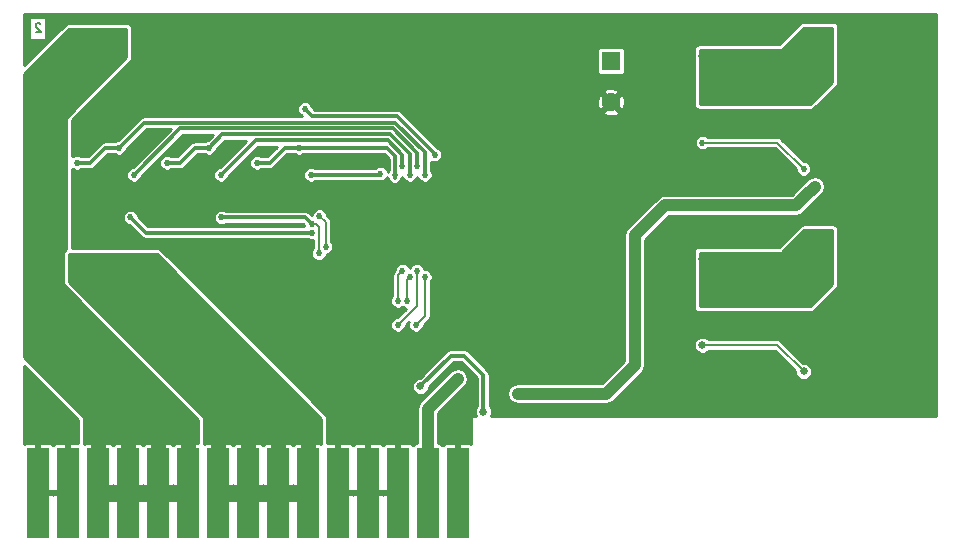
<source format=gbr>
G04 #@! TF.FileFunction,Copper,L2,Bot,Mixed*
%FSLAX46Y46*%
G04 Gerber Fmt 4.6, Leading zero omitted, Abs format (unit mm)*
G04 Created by KiCad (PCBNEW 4.0.7) date Tuesday, March 06, 2018 'PMt' 03:27:42 PM*
%MOMM*%
%LPD*%
G01*
G04 APERTURE LIST*
%ADD10C,0.100000*%
%ADD11C,0.150000*%
%ADD12C,0.660000*%
%ADD13C,0.520000*%
%ADD14R,1.905000X7.620000*%
%ADD15R,1.600000X1.600000*%
%ADD16C,1.600000*%
%ADD17C,0.300000*%
%ADD18C,1.000000*%
%ADD19C,0.200000*%
%ADD20C,0.260000*%
G04 APERTURE END LIST*
D10*
D11*
X56080000Y-94933333D02*
X56046666Y-94900000D01*
X55980000Y-94866667D01*
X55813333Y-94866667D01*
X55746666Y-94900000D01*
X55713333Y-94933333D01*
X55680000Y-95000000D01*
X55680000Y-95066667D01*
X55713333Y-95166667D01*
X56113333Y-95566667D01*
X55680000Y-95566667D01*
D12*
X103378000Y-124714000D03*
X119380000Y-111506000D03*
X87630000Y-130048000D03*
X58928000Y-96266000D03*
X58928000Y-97282000D03*
X59944000Y-97282000D03*
X59944000Y-96266000D03*
X60960000Y-96266000D03*
X60960000Y-97282000D03*
X61976000Y-97282000D03*
X61976000Y-96266000D03*
X62972000Y-96266000D03*
X62972000Y-97282000D03*
X105918000Y-111252000D03*
X105156000Y-119380000D03*
X107696000Y-120142000D03*
D13*
X98000000Y-119250000D03*
X98000000Y-118250000D03*
X97500000Y-118750000D03*
X96750000Y-119250000D03*
X97000000Y-118250000D03*
X96250000Y-118750000D03*
X95750000Y-119250000D03*
D12*
X91313000Y-123825000D03*
X81280000Y-129540000D03*
X83820000Y-129540000D03*
X90170000Y-129794000D03*
X90170000Y-128524000D03*
X62972000Y-115824000D03*
X62972000Y-114778000D03*
X61956000Y-115824000D03*
X61956000Y-114778000D03*
X60940000Y-115824000D03*
X60940000Y-114778000D03*
X59924000Y-115824000D03*
X59924000Y-114778000D03*
X58908000Y-115824000D03*
X122491500Y-116078000D03*
X122491500Y-115062000D03*
X122491500Y-114046000D03*
X122491500Y-113030000D03*
X122491500Y-99060000D03*
X122491500Y-98044000D03*
X122491500Y-97028000D03*
X130810000Y-102616000D03*
X130810000Y-119888000D03*
X106426000Y-126492000D03*
X100584000Y-106934000D03*
X93726000Y-100076000D03*
X93726000Y-94400000D03*
X55245000Y-97155000D03*
X110998000Y-99314000D03*
X110998000Y-116586000D03*
X115824000Y-109220000D03*
X114808000Y-107188000D03*
X115824000Y-126492000D03*
X114808000Y-124460000D03*
X81788000Y-115316000D03*
X80264000Y-121920000D03*
X73152000Y-114300000D03*
X72136000Y-114300000D03*
X72644000Y-115316000D03*
X71628000Y-115316000D03*
X72136000Y-116332000D03*
X73152000Y-116332000D03*
X73152000Y-119888000D03*
X64516000Y-113284000D03*
X93980000Y-123952000D03*
X93980000Y-122936000D03*
X100076000Y-119380000D03*
X100076000Y-118364000D03*
X93472000Y-116332000D03*
X93472000Y-110744000D03*
X92964000Y-115316000D03*
X93472000Y-111760000D03*
X92456000Y-119380000D03*
X84836000Y-113284000D03*
X90424000Y-110744000D03*
X86868000Y-111760000D03*
X87884000Y-111760000D03*
X87376000Y-100584000D03*
X86360000Y-100584000D03*
X87376000Y-101600000D03*
X86360000Y-101600000D03*
X113792000Y-102616000D03*
X114808000Y-102616000D03*
X115824000Y-102616000D03*
X116840000Y-102616000D03*
X116840000Y-119888000D03*
X115824000Y-119888000D03*
X114808000Y-119888000D03*
X113792000Y-119888000D03*
X80264000Y-109728000D03*
X73152000Y-108712000D03*
X73152000Y-109728000D03*
X72136000Y-109220000D03*
X72136000Y-110236000D03*
X65532000Y-108712000D03*
X64516000Y-109220000D03*
X65532000Y-109728000D03*
X64516000Y-110236000D03*
X65532000Y-110744000D03*
X57912000Y-129032000D03*
X57912000Y-128016000D03*
X56896000Y-128016000D03*
X56896000Y-127000000D03*
X55880000Y-127000000D03*
D14*
X78740000Y-134620000D03*
X76200000Y-134620000D03*
X73660000Y-134620000D03*
X71120000Y-134620000D03*
X68580000Y-134620000D03*
X66040000Y-134620000D03*
X63500000Y-134620000D03*
X60960000Y-134620000D03*
X58420000Y-134620000D03*
X55880000Y-134620000D03*
X83820000Y-134620000D03*
X91440000Y-134620000D03*
X88900000Y-134620000D03*
X86360000Y-134620000D03*
X81280000Y-134620000D03*
D15*
X104394000Y-98044000D03*
D16*
X104394000Y-101544000D03*
D12*
X55880000Y-125984000D03*
X122491500Y-96012000D03*
X58908000Y-114778000D03*
D13*
X95750000Y-118250000D03*
X89481014Y-105994842D03*
X78486000Y-102108000D03*
D12*
X120854000Y-109474000D03*
X121646000Y-108682000D03*
X96500000Y-126208000D03*
D13*
X120713500Y-107188000D03*
X112141000Y-104965500D03*
X84876375Y-107602688D03*
X78994000Y-107696000D03*
X86716000Y-106934000D03*
X71374000Y-107696000D03*
X64008000Y-107696000D03*
X87986000Y-106934000D03*
X80236420Y-113769300D03*
X79720000Y-111180000D03*
X79676410Y-114337370D03*
X79080000Y-111859987D03*
X71405326Y-111298346D03*
X79080000Y-112580000D03*
X63720000Y-111300000D03*
D12*
X112776000Y-100203000D03*
X112776000Y-101155500D03*
X113093500Y-97663000D03*
X112141000Y-97663000D03*
X113093500Y-114808000D03*
X112141000Y-114808000D03*
X112776000Y-117348000D03*
X112776000Y-118300500D03*
X93599000Y-127732000D03*
X88265000Y-125603000D03*
X120713500Y-124333000D03*
X112141000Y-122110500D03*
X91422756Y-124965151D03*
D13*
X86106000Y-107696000D03*
X77978000Y-105410000D03*
X74422000Y-106680000D03*
X87376000Y-107696000D03*
X66802000Y-106680000D03*
X70358000Y-105410000D03*
X88646000Y-107696000D03*
X59182000Y-106680000D03*
X62738000Y-105410000D03*
X86739309Y-115821230D03*
X86360000Y-118364000D03*
X87375335Y-116332707D03*
X87122000Y-118364000D03*
X87966955Y-115819513D03*
X86360000Y-120396000D03*
X88646000Y-116332000D03*
X87884000Y-120396000D03*
D17*
X78486000Y-102108000D02*
X79120927Y-102742927D01*
X79120927Y-102742927D02*
X86316538Y-102742927D01*
X86316538Y-102742927D02*
X89481014Y-105907403D01*
X89481014Y-105907403D02*
X89481014Y-105994842D01*
D18*
X120077999Y-110250001D02*
X120854000Y-109474000D01*
X120854000Y-109474000D02*
X121646000Y-108682000D01*
X96500000Y-126208000D02*
X104016232Y-126208000D01*
X104016232Y-126208000D02*
X106406000Y-123818232D01*
X106406000Y-123818232D02*
X106406000Y-112829530D01*
X106406000Y-112829530D02*
X108985529Y-110250001D01*
X108985529Y-110250001D02*
X120077999Y-110250001D01*
D19*
X112141000Y-104965500D02*
X118491000Y-104965500D01*
X118491000Y-104965500D02*
X120713500Y-107188000D01*
D17*
X84783063Y-107696000D02*
X84876375Y-107602688D01*
X78994000Y-107696000D02*
X84783063Y-107696000D01*
X86716000Y-105980531D02*
X86716000Y-106566305D01*
X86716000Y-106566305D02*
X86716000Y-106934000D01*
X71374000Y-107696000D02*
X74306174Y-104763826D01*
X74306174Y-104763826D02*
X85499295Y-104763826D01*
X85499295Y-104763826D02*
X86716000Y-105980531D01*
X67940196Y-103763804D02*
X64267999Y-107436001D01*
X87986000Y-105836287D02*
X85913517Y-103763804D01*
X87986000Y-106934000D02*
X87986000Y-105836287D01*
X85913517Y-103763804D02*
X67940196Y-103763804D01*
X64267999Y-107436001D02*
X64008000Y-107696000D01*
D19*
X79720000Y-111180000D02*
X80236420Y-111696420D01*
X80236420Y-111696420D02*
X80236420Y-113401605D01*
X80236420Y-113401605D02*
X80236420Y-113769300D01*
X79676410Y-112088702D02*
X79676410Y-113969675D01*
X79447695Y-111859987D02*
X79676410Y-112088702D01*
X79080000Y-111859987D02*
X79447695Y-111859987D01*
X79676410Y-113969675D02*
X79676410Y-114337370D01*
D17*
X78820001Y-111599988D02*
X79080000Y-111859987D01*
X71405326Y-111298346D02*
X78518359Y-111298346D01*
X78518359Y-111298346D02*
X78820001Y-111599988D01*
X65000000Y-112580000D02*
X63720000Y-111300000D01*
X79080000Y-112580000D02*
X65000000Y-112580000D01*
X88265000Y-125603000D02*
X90848848Y-123019152D01*
X90848848Y-123019152D02*
X91963517Y-123019152D01*
X91963517Y-123019152D02*
X93599000Y-124654635D01*
X93599000Y-124654635D02*
X93599000Y-127732000D01*
D19*
X112141000Y-122110500D02*
X118491000Y-122110500D01*
X118491000Y-122110500D02*
X120713500Y-124333000D01*
D18*
X91092757Y-125295150D02*
X91422756Y-124965151D01*
X88900000Y-134620000D02*
X88900000Y-127487907D01*
X88900000Y-127487907D02*
X91092757Y-125295150D01*
D17*
X85425258Y-105410000D02*
X77978000Y-105410000D01*
X86106000Y-106090742D02*
X85425258Y-105410000D01*
X86106000Y-107696000D02*
X86106000Y-106090742D01*
X86106000Y-107950000D02*
X86106000Y-107696000D01*
X74422000Y-106680000D02*
X75497212Y-106680000D01*
X75497212Y-106680000D02*
X76767212Y-105410000D01*
X76767212Y-105410000D02*
X77978000Y-105410000D01*
X87376000Y-107328305D02*
X87376000Y-107696000D01*
X87376000Y-105933409D02*
X87376000Y-107328305D01*
X85706406Y-104263815D02*
X87376000Y-105933409D01*
X71504185Y-104263815D02*
X85706406Y-104263815D01*
X70358000Y-105410000D02*
X71504185Y-104263815D01*
X70358000Y-105410000D02*
X69182078Y-105410000D01*
X69182078Y-105410000D02*
X67912078Y-106680000D01*
X67912078Y-106680000D02*
X66802000Y-106680000D01*
X62997999Y-105150001D02*
X62738000Y-105410000D01*
X88646000Y-107696000D02*
X88646000Y-105789165D01*
X88646000Y-105789165D02*
X86120628Y-103263793D01*
X86120628Y-103263793D02*
X64884207Y-103263793D01*
X64884207Y-103263793D02*
X62997999Y-105150001D01*
X62738000Y-105410000D02*
X61587415Y-105410000D01*
X61587415Y-105410000D02*
X60317415Y-106680000D01*
X60317415Y-106680000D02*
X59182000Y-106680000D01*
D19*
X86479310Y-116081229D02*
X86739309Y-115821230D01*
X86360000Y-116200539D02*
X86479310Y-116081229D01*
X86360000Y-118364000D02*
X86360000Y-116200539D01*
X87122000Y-116586042D02*
X87375335Y-116332707D01*
X87122000Y-118364000D02*
X87122000Y-116586042D01*
X86360000Y-120396000D02*
X87966955Y-118789045D01*
X87966955Y-118789045D02*
X87966955Y-115819513D01*
X87884000Y-120396000D02*
X88646000Y-119634000D01*
X88646000Y-119634000D02*
X88646000Y-116332000D01*
D20*
G36*
X79880000Y-128323848D02*
X79880000Y-130465532D01*
X79770076Y-130420000D01*
X79313750Y-130420000D01*
X79216250Y-130517500D01*
X79216250Y-134000000D01*
X79380000Y-134000000D01*
X79380000Y-135240000D01*
X79216250Y-135240000D01*
X79216250Y-135260000D01*
X78263750Y-135260000D01*
X78263750Y-135240000D01*
X77495000Y-135240000D01*
X77470000Y-135265000D01*
X77445000Y-135240000D01*
X76676250Y-135240000D01*
X76676250Y-135260000D01*
X75723750Y-135260000D01*
X75723750Y-135240000D01*
X74955000Y-135240000D01*
X74930000Y-135265000D01*
X74905000Y-135240000D01*
X74136250Y-135240000D01*
X74136250Y-135260000D01*
X73183750Y-135260000D01*
X73183750Y-135240000D01*
X72415000Y-135240000D01*
X72390000Y-135265000D01*
X72365000Y-135240000D01*
X71596250Y-135240000D01*
X71596250Y-135260000D01*
X70643750Y-135260000D01*
X70643750Y-135240000D01*
X70480000Y-135240000D01*
X70480000Y-134000000D01*
X70643750Y-134000000D01*
X70643750Y-130517500D01*
X71596250Y-130517500D01*
X71596250Y-134000000D01*
X72365000Y-134000000D01*
X72390000Y-133975000D01*
X72415000Y-134000000D01*
X73183750Y-134000000D01*
X73183750Y-130517500D01*
X74136250Y-130517500D01*
X74136250Y-134000000D01*
X74905000Y-134000000D01*
X74930000Y-133975000D01*
X74955000Y-134000000D01*
X75723750Y-134000000D01*
X75723750Y-130517500D01*
X76676250Y-130517500D01*
X76676250Y-134000000D01*
X77445000Y-134000000D01*
X77470000Y-133975000D01*
X77495000Y-134000000D01*
X78263750Y-134000000D01*
X78263750Y-130517500D01*
X78166250Y-130420000D01*
X77709924Y-130420000D01*
X77566583Y-130479374D01*
X77470000Y-130575957D01*
X77373417Y-130479374D01*
X77230076Y-130420000D01*
X76773750Y-130420000D01*
X76676250Y-130517500D01*
X75723750Y-130517500D01*
X75626250Y-130420000D01*
X75169924Y-130420000D01*
X75026583Y-130479374D01*
X74930000Y-130575957D01*
X74833417Y-130479374D01*
X74690076Y-130420000D01*
X74233750Y-130420000D01*
X74136250Y-130517500D01*
X73183750Y-130517500D01*
X73086250Y-130420000D01*
X72629924Y-130420000D01*
X72486583Y-130479374D01*
X72390000Y-130575957D01*
X72293417Y-130479374D01*
X72150076Y-130420000D01*
X71693750Y-130420000D01*
X71596250Y-130517500D01*
X70643750Y-130517500D01*
X70546250Y-130420000D01*
X70089924Y-130420000D01*
X69980000Y-130465532D01*
X69980000Y-128270000D01*
X69969758Y-128219423D01*
X69941924Y-128178076D01*
X58550000Y-116786152D01*
X58550000Y-114430000D01*
X65986152Y-114430000D01*
X79880000Y-128323848D01*
X79880000Y-128323848D01*
G37*
X79880000Y-128323848D02*
X79880000Y-130465532D01*
X79770076Y-130420000D01*
X79313750Y-130420000D01*
X79216250Y-130517500D01*
X79216250Y-134000000D01*
X79380000Y-134000000D01*
X79380000Y-135240000D01*
X79216250Y-135240000D01*
X79216250Y-135260000D01*
X78263750Y-135260000D01*
X78263750Y-135240000D01*
X77495000Y-135240000D01*
X77470000Y-135265000D01*
X77445000Y-135240000D01*
X76676250Y-135240000D01*
X76676250Y-135260000D01*
X75723750Y-135260000D01*
X75723750Y-135240000D01*
X74955000Y-135240000D01*
X74930000Y-135265000D01*
X74905000Y-135240000D01*
X74136250Y-135240000D01*
X74136250Y-135260000D01*
X73183750Y-135260000D01*
X73183750Y-135240000D01*
X72415000Y-135240000D01*
X72390000Y-135265000D01*
X72365000Y-135240000D01*
X71596250Y-135240000D01*
X71596250Y-135260000D01*
X70643750Y-135260000D01*
X70643750Y-135240000D01*
X70480000Y-135240000D01*
X70480000Y-134000000D01*
X70643750Y-134000000D01*
X70643750Y-130517500D01*
X71596250Y-130517500D01*
X71596250Y-134000000D01*
X72365000Y-134000000D01*
X72390000Y-133975000D01*
X72415000Y-134000000D01*
X73183750Y-134000000D01*
X73183750Y-130517500D01*
X74136250Y-130517500D01*
X74136250Y-134000000D01*
X74905000Y-134000000D01*
X74930000Y-133975000D01*
X74955000Y-134000000D01*
X75723750Y-134000000D01*
X75723750Y-130517500D01*
X76676250Y-130517500D01*
X76676250Y-134000000D01*
X77445000Y-134000000D01*
X77470000Y-133975000D01*
X77495000Y-134000000D01*
X78263750Y-134000000D01*
X78263750Y-130517500D01*
X78166250Y-130420000D01*
X77709924Y-130420000D01*
X77566583Y-130479374D01*
X77470000Y-130575957D01*
X77373417Y-130479374D01*
X77230076Y-130420000D01*
X76773750Y-130420000D01*
X76676250Y-130517500D01*
X75723750Y-130517500D01*
X75626250Y-130420000D01*
X75169924Y-130420000D01*
X75026583Y-130479374D01*
X74930000Y-130575957D01*
X74833417Y-130479374D01*
X74690076Y-130420000D01*
X74233750Y-130420000D01*
X74136250Y-130517500D01*
X73183750Y-130517500D01*
X73086250Y-130420000D01*
X72629924Y-130420000D01*
X72486583Y-130479374D01*
X72390000Y-130575957D01*
X72293417Y-130479374D01*
X72150076Y-130420000D01*
X71693750Y-130420000D01*
X71596250Y-130517500D01*
X70643750Y-130517500D01*
X70546250Y-130420000D01*
X70089924Y-130420000D01*
X69980000Y-130465532D01*
X69980000Y-128270000D01*
X69969758Y-128219423D01*
X69941924Y-128178076D01*
X58550000Y-116786152D01*
X58550000Y-114430000D01*
X65986152Y-114430000D01*
X79880000Y-128323848D01*
G36*
X131950000Y-128140000D02*
X94209189Y-128140000D01*
X94318875Y-127875845D01*
X94319125Y-127589411D01*
X94209743Y-127324685D01*
X94139000Y-127253819D01*
X94139000Y-126208000D01*
X95610000Y-126208000D01*
X95677747Y-126548588D01*
X95870675Y-126837325D01*
X96159412Y-127030253D01*
X96500000Y-127098000D01*
X104016232Y-127098000D01*
X104356821Y-127030253D01*
X104645557Y-126837325D01*
X107035325Y-124447557D01*
X107228253Y-124158821D01*
X107296000Y-123818232D01*
X107296000Y-122253089D01*
X111420875Y-122253089D01*
X111530257Y-122517815D01*
X111732620Y-122720531D01*
X111997155Y-122830375D01*
X112283589Y-122830625D01*
X112548315Y-122721243D01*
X112669269Y-122600500D01*
X118288036Y-122600500D01*
X119993523Y-124305988D01*
X119993375Y-124475589D01*
X120102757Y-124740315D01*
X120305120Y-124943031D01*
X120569655Y-125052875D01*
X120856089Y-125053125D01*
X121120815Y-124943743D01*
X121323531Y-124741380D01*
X121433375Y-124476845D01*
X121433625Y-124190411D01*
X121324243Y-123925685D01*
X121121880Y-123722969D01*
X120857345Y-123613125D01*
X120686441Y-123612976D01*
X118837482Y-121764018D01*
X118678515Y-121657799D01*
X118491000Y-121620500D01*
X112669202Y-121620500D01*
X112549380Y-121500469D01*
X112284845Y-121390625D01*
X111998411Y-121390375D01*
X111733685Y-121499757D01*
X111530969Y-121702120D01*
X111421125Y-121966655D01*
X111420875Y-122253089D01*
X107296000Y-122253089D01*
X107296000Y-114950589D01*
X111420875Y-114950589D01*
X111433500Y-114981144D01*
X111433500Y-118935500D01*
X111460172Y-119077248D01*
X111543945Y-119207436D01*
X111671768Y-119294773D01*
X111823500Y-119325500D01*
X121348500Y-119325500D01*
X121495254Y-119296835D01*
X121624272Y-119211272D01*
X123529272Y-117306272D01*
X123612773Y-117182232D01*
X123643500Y-117030500D01*
X123643500Y-112268000D01*
X123616828Y-112126252D01*
X123533055Y-111996064D01*
X123405232Y-111908727D01*
X123253500Y-111878000D01*
X120713500Y-111878000D01*
X120566746Y-111906665D01*
X120437728Y-111992228D01*
X118646956Y-113783000D01*
X111823500Y-113783000D01*
X111681752Y-113809672D01*
X111551564Y-113893445D01*
X111464227Y-114021268D01*
X111433500Y-114173000D01*
X111433500Y-114634353D01*
X111421125Y-114664155D01*
X111420875Y-114950589D01*
X107296000Y-114950589D01*
X107296000Y-113198180D01*
X109354179Y-111140001D01*
X120077999Y-111140001D01*
X120418588Y-111072254D01*
X120707324Y-110879326D01*
X122275325Y-109311325D01*
X122468253Y-109022589D01*
X122536000Y-108682000D01*
X122468253Y-108341412D01*
X122275325Y-108052675D01*
X121986588Y-107859747D01*
X121646000Y-107792000D01*
X121305411Y-107859747D01*
X121016675Y-108052675D01*
X119709349Y-109360001D01*
X108985529Y-109360001D01*
X108644940Y-109427748D01*
X108356204Y-109620676D01*
X105776675Y-112200205D01*
X105583747Y-112488941D01*
X105573312Y-112541403D01*
X105516000Y-112829530D01*
X105516000Y-123449582D01*
X103647582Y-125318000D01*
X96500000Y-125318000D01*
X96159412Y-125385747D01*
X95870675Y-125578675D01*
X95677747Y-125867412D01*
X95610000Y-126208000D01*
X94139000Y-126208000D01*
X94139000Y-124654635D01*
X94097895Y-124447986D01*
X93980838Y-124272797D01*
X93980835Y-124272795D01*
X92345355Y-122637314D01*
X92170166Y-122520257D01*
X91963517Y-122479152D01*
X90848853Y-122479152D01*
X90848848Y-122479151D01*
X90642199Y-122520257D01*
X90467010Y-122637314D01*
X88221363Y-124882961D01*
X88122411Y-124882875D01*
X87857685Y-124992257D01*
X87654969Y-125194620D01*
X87545125Y-125459155D01*
X87544875Y-125745589D01*
X87654257Y-126010315D01*
X87856620Y-126213031D01*
X88121155Y-126322875D01*
X88407589Y-126323125D01*
X88672315Y-126213743D01*
X88875031Y-126011380D01*
X88984875Y-125746845D01*
X88984962Y-125646714D01*
X91072524Y-123559152D01*
X91739841Y-123559152D01*
X93059000Y-124878310D01*
X93059000Y-127253711D01*
X92988969Y-127323620D01*
X92879125Y-127588155D01*
X92878875Y-127874589D01*
X92988257Y-128139315D01*
X92988941Y-128140000D01*
X92710000Y-128140000D01*
X92659423Y-128150242D01*
X92616815Y-128179355D01*
X92588891Y-128222751D01*
X92580000Y-128270000D01*
X92580000Y-130465532D01*
X92470076Y-130420000D01*
X91657500Y-130420000D01*
X91560000Y-130517500D01*
X91560000Y-134500000D01*
X91580000Y-134500000D01*
X91580000Y-134740000D01*
X91560000Y-134740000D01*
X91560000Y-134760000D01*
X91320000Y-134760000D01*
X91320000Y-134740000D01*
X91300000Y-134740000D01*
X91300000Y-134500000D01*
X91320000Y-134500000D01*
X91320000Y-130517500D01*
X91222500Y-130420000D01*
X90409924Y-130420000D01*
X90266583Y-130479374D01*
X90167166Y-130578791D01*
X90137531Y-130532737D01*
X90007204Y-130443688D01*
X89852500Y-130412360D01*
X89790000Y-130412360D01*
X89790000Y-127856557D01*
X92052081Y-125594476D01*
X92245009Y-125305740D01*
X92312756Y-124965151D01*
X92245009Y-124624562D01*
X92052081Y-124335826D01*
X91763345Y-124142898D01*
X91422756Y-124075151D01*
X91082167Y-124142898D01*
X90793431Y-124335826D01*
X88270675Y-126858582D01*
X88077747Y-127147318D01*
X88077747Y-127147319D01*
X88010000Y-127487907D01*
X88010000Y-130412360D01*
X87947500Y-130412360D01*
X87802975Y-130439554D01*
X87670237Y-130524969D01*
X87633207Y-130579164D01*
X87533417Y-130479374D01*
X87390076Y-130420000D01*
X86577500Y-130420000D01*
X86480000Y-130517500D01*
X86480000Y-134500000D01*
X86500000Y-134500000D01*
X86500000Y-134740000D01*
X86480000Y-134740000D01*
X86480000Y-134760000D01*
X86240000Y-134760000D01*
X86240000Y-134740000D01*
X85115000Y-134740000D01*
X85090000Y-134765000D01*
X85065000Y-134740000D01*
X83940000Y-134740000D01*
X83940000Y-134760000D01*
X83700000Y-134760000D01*
X83700000Y-134740000D01*
X82575000Y-134740000D01*
X82550000Y-134765000D01*
X82525000Y-134740000D01*
X81400000Y-134740000D01*
X81400000Y-134760000D01*
X81160000Y-134760000D01*
X81160000Y-134740000D01*
X81140000Y-134740000D01*
X81140000Y-134500000D01*
X81160000Y-134500000D01*
X81160000Y-130517500D01*
X81400000Y-130517500D01*
X81400000Y-134500000D01*
X82525000Y-134500000D01*
X82550000Y-134475000D01*
X82575000Y-134500000D01*
X83700000Y-134500000D01*
X83700000Y-130517500D01*
X83940000Y-130517500D01*
X83940000Y-134500000D01*
X85065000Y-134500000D01*
X85090000Y-134475000D01*
X85115000Y-134500000D01*
X86240000Y-134500000D01*
X86240000Y-130517500D01*
X86142500Y-130420000D01*
X85329924Y-130420000D01*
X85186583Y-130479374D01*
X85090000Y-130575957D01*
X84993417Y-130479374D01*
X84850076Y-130420000D01*
X84037500Y-130420000D01*
X83940000Y-130517500D01*
X83700000Y-130517500D01*
X83602500Y-130420000D01*
X82789924Y-130420000D01*
X82646583Y-130479374D01*
X82550000Y-130575957D01*
X82453417Y-130479374D01*
X82310076Y-130420000D01*
X81497500Y-130420000D01*
X81400000Y-130517500D01*
X81160000Y-130517500D01*
X81062500Y-130420000D01*
X80400000Y-130420000D01*
X80400000Y-128270000D01*
X80371335Y-128123246D01*
X80285772Y-127994228D01*
X70784270Y-118492726D01*
X85709888Y-118492726D01*
X85808636Y-118731714D01*
X85991324Y-118914722D01*
X86230140Y-119013887D01*
X86488726Y-119014112D01*
X86727714Y-118915364D01*
X86740862Y-118902239D01*
X86753324Y-118914722D01*
X86992140Y-119013887D01*
X87049099Y-119013937D01*
X86317073Y-119745963D01*
X86231274Y-119745888D01*
X85992286Y-119844636D01*
X85809278Y-120027324D01*
X85710113Y-120266140D01*
X85709888Y-120524726D01*
X85808636Y-120763714D01*
X85991324Y-120946722D01*
X86230140Y-121045887D01*
X86488726Y-121046112D01*
X86727714Y-120947364D01*
X86910722Y-120764676D01*
X87009887Y-120525860D01*
X87009963Y-120439002D01*
X87270533Y-120178432D01*
X87234113Y-120266140D01*
X87233888Y-120524726D01*
X87332636Y-120763714D01*
X87515324Y-120946722D01*
X87754140Y-121045887D01*
X88012726Y-121046112D01*
X88251714Y-120947364D01*
X88434722Y-120764676D01*
X88533887Y-120525860D01*
X88533963Y-120439002D01*
X88992483Y-119980482D01*
X89098701Y-119821515D01*
X89136000Y-119634000D01*
X89136000Y-116761292D01*
X89196722Y-116700676D01*
X89295887Y-116461860D01*
X89296112Y-116203274D01*
X89197364Y-115964286D01*
X89014676Y-115781278D01*
X88775860Y-115682113D01*
X88613425Y-115681972D01*
X88518319Y-115451799D01*
X88335631Y-115268791D01*
X88096815Y-115169626D01*
X87838229Y-115169401D01*
X87599241Y-115268149D01*
X87416233Y-115450837D01*
X87352743Y-115603737D01*
X87290673Y-115453516D01*
X87107985Y-115270508D01*
X86869169Y-115171343D01*
X86610583Y-115171118D01*
X86371595Y-115269866D01*
X86188587Y-115452554D01*
X86089422Y-115691370D01*
X86089346Y-115778229D01*
X86013518Y-115854057D01*
X85907299Y-116013024D01*
X85870000Y-116200539D01*
X85870000Y-117934708D01*
X85809278Y-117995324D01*
X85710113Y-118234140D01*
X85709888Y-118492726D01*
X70784270Y-118492726D01*
X66315772Y-114024228D01*
X66191732Y-113940727D01*
X66040000Y-113910000D01*
X58810000Y-113910000D01*
X58810000Y-111428726D01*
X63069888Y-111428726D01*
X63168636Y-111667714D01*
X63351324Y-111850722D01*
X63590140Y-111949887D01*
X63606225Y-111949901D01*
X64618160Y-112961835D01*
X64618162Y-112961838D01*
X64793351Y-113078895D01*
X65000000Y-113120000D01*
X78700621Y-113120000D01*
X78711324Y-113130722D01*
X78950140Y-113229887D01*
X79186410Y-113230093D01*
X79186410Y-113908078D01*
X79125688Y-113968694D01*
X79026523Y-114207510D01*
X79026298Y-114466096D01*
X79125046Y-114705084D01*
X79307734Y-114888092D01*
X79546550Y-114987257D01*
X79805136Y-114987482D01*
X80044124Y-114888734D01*
X80227132Y-114706046D01*
X80326297Y-114467230D01*
X80326339Y-114419378D01*
X80365146Y-114419412D01*
X80604134Y-114320664D01*
X80787142Y-114137976D01*
X80886307Y-113899160D01*
X80886532Y-113640574D01*
X80787784Y-113401586D01*
X80726420Y-113340115D01*
X80726420Y-111696420D01*
X80689121Y-111508905D01*
X80582902Y-111349938D01*
X80370037Y-111137073D01*
X80370112Y-111051274D01*
X80271364Y-110812286D01*
X80088676Y-110629278D01*
X79849860Y-110530113D01*
X79591274Y-110529888D01*
X79352286Y-110628636D01*
X79169278Y-110811324D01*
X79070113Y-111050140D01*
X79070081Y-111086392D01*
X78900197Y-110916508D01*
X78725008Y-110799451D01*
X78518359Y-110758346D01*
X71784705Y-110758346D01*
X71774002Y-110747624D01*
X71535186Y-110648459D01*
X71276600Y-110648234D01*
X71037612Y-110746982D01*
X70854604Y-110929670D01*
X70755439Y-111168486D01*
X70755214Y-111427072D01*
X70853962Y-111666060D01*
X71036650Y-111849068D01*
X71275466Y-111948233D01*
X71534052Y-111948458D01*
X71773040Y-111849710D01*
X71784424Y-111838346D01*
X78294683Y-111838346D01*
X78429901Y-111973564D01*
X78429888Y-111988713D01*
X78451079Y-112040000D01*
X65223675Y-112040000D01*
X64370099Y-111186423D01*
X64370112Y-111171274D01*
X64271364Y-110932286D01*
X64088676Y-110749278D01*
X63849860Y-110650113D01*
X63591274Y-110649888D01*
X63352286Y-110748636D01*
X63169278Y-110931324D01*
X63070113Y-111170140D01*
X63069888Y-111428726D01*
X58810000Y-111428726D01*
X58810000Y-107227392D01*
X58813324Y-107230722D01*
X59052140Y-107329887D01*
X59310726Y-107330112D01*
X59549714Y-107231364D01*
X59561098Y-107220000D01*
X60317415Y-107220000D01*
X60524064Y-107178895D01*
X60699253Y-107061838D01*
X61811091Y-105950000D01*
X62358621Y-105950000D01*
X62369324Y-105960722D01*
X62608140Y-106059887D01*
X62866726Y-106060112D01*
X63105714Y-105961364D01*
X63288722Y-105778676D01*
X63387887Y-105539860D01*
X63387901Y-105523775D01*
X65107883Y-103803793D01*
X67136531Y-103803793D01*
X63894423Y-107045901D01*
X63879274Y-107045888D01*
X63640286Y-107144636D01*
X63457278Y-107327324D01*
X63358113Y-107566140D01*
X63357888Y-107824726D01*
X63456636Y-108063714D01*
X63639324Y-108246722D01*
X63878140Y-108345887D01*
X64136726Y-108346112D01*
X64375714Y-108247364D01*
X64558722Y-108064676D01*
X64657887Y-107825860D01*
X64657901Y-107809775D01*
X68163872Y-104303804D01*
X70700521Y-104303804D01*
X70244423Y-104759901D01*
X70229274Y-104759888D01*
X69990286Y-104858636D01*
X69978902Y-104870000D01*
X69182078Y-104870000D01*
X68975429Y-104911105D01*
X68800240Y-105028162D01*
X67688402Y-106140000D01*
X67181379Y-106140000D01*
X67170676Y-106129278D01*
X66931860Y-106030113D01*
X66673274Y-106029888D01*
X66434286Y-106128636D01*
X66251278Y-106311324D01*
X66152113Y-106550140D01*
X66151888Y-106808726D01*
X66250636Y-107047714D01*
X66433324Y-107230722D01*
X66672140Y-107329887D01*
X66930726Y-107330112D01*
X67169714Y-107231364D01*
X67181098Y-107220000D01*
X67912078Y-107220000D01*
X68118727Y-107178895D01*
X68293916Y-107061838D01*
X69405754Y-105950000D01*
X69978621Y-105950000D01*
X69989324Y-105960722D01*
X70228140Y-106059887D01*
X70486726Y-106060112D01*
X70725714Y-105961364D01*
X70908722Y-105778676D01*
X71007887Y-105539860D01*
X71007901Y-105523775D01*
X71727860Y-104803815D01*
X73502510Y-104803815D01*
X71260423Y-107045901D01*
X71245274Y-107045888D01*
X71006286Y-107144636D01*
X70823278Y-107327324D01*
X70724113Y-107566140D01*
X70723888Y-107824726D01*
X70822636Y-108063714D01*
X71005324Y-108246722D01*
X71244140Y-108345887D01*
X71502726Y-108346112D01*
X71741714Y-108247364D01*
X71924722Y-108064676D01*
X72023887Y-107825860D01*
X72023901Y-107809775D01*
X74529849Y-105303826D01*
X76109710Y-105303826D01*
X75273536Y-106140000D01*
X74801379Y-106140000D01*
X74790676Y-106129278D01*
X74551860Y-106030113D01*
X74293274Y-106029888D01*
X74054286Y-106128636D01*
X73871278Y-106311324D01*
X73772113Y-106550140D01*
X73771888Y-106808726D01*
X73870636Y-107047714D01*
X74053324Y-107230722D01*
X74292140Y-107329887D01*
X74550726Y-107330112D01*
X74789714Y-107231364D01*
X74801098Y-107220000D01*
X75497212Y-107220000D01*
X75703861Y-107178895D01*
X75879050Y-107061838D01*
X76990888Y-105950000D01*
X77598621Y-105950000D01*
X77609324Y-105960722D01*
X77848140Y-106059887D01*
X78106726Y-106060112D01*
X78345714Y-105961364D01*
X78357098Y-105950000D01*
X85201582Y-105950000D01*
X85566000Y-106314417D01*
X85566000Y-107316621D01*
X85555278Y-107327324D01*
X85510477Y-107435216D01*
X85427739Y-107234974D01*
X85245051Y-107051966D01*
X85006235Y-106952801D01*
X84747649Y-106952576D01*
X84508661Y-107051324D01*
X84403802Y-107156000D01*
X79373379Y-107156000D01*
X79362676Y-107145278D01*
X79123860Y-107046113D01*
X78865274Y-107045888D01*
X78626286Y-107144636D01*
X78443278Y-107327324D01*
X78344113Y-107566140D01*
X78343888Y-107824726D01*
X78442636Y-108063714D01*
X78625324Y-108246722D01*
X78864140Y-108345887D01*
X79122726Y-108346112D01*
X79361714Y-108247364D01*
X79373098Y-108236000D01*
X84706598Y-108236000D01*
X84746515Y-108252575D01*
X85005101Y-108252800D01*
X85244089Y-108154052D01*
X85427097Y-107971364D01*
X85471898Y-107863472D01*
X85554636Y-108063714D01*
X85597076Y-108106228D01*
X85607105Y-108156649D01*
X85724162Y-108331838D01*
X85899351Y-108448895D01*
X86106000Y-108490000D01*
X86312649Y-108448895D01*
X86487838Y-108331838D01*
X86604895Y-108156649D01*
X86614882Y-108106443D01*
X86656722Y-108064676D01*
X86741085Y-107861506D01*
X86824636Y-108063714D01*
X87007324Y-108246722D01*
X87246140Y-108345887D01*
X87504726Y-108346112D01*
X87743714Y-108247364D01*
X87926722Y-108064676D01*
X88011085Y-107861506D01*
X88094636Y-108063714D01*
X88277324Y-108246722D01*
X88516140Y-108345887D01*
X88774726Y-108346112D01*
X89013714Y-108247364D01*
X89196722Y-108064676D01*
X89295887Y-107825860D01*
X89296112Y-107567274D01*
X89197364Y-107328286D01*
X89186000Y-107316902D01*
X89186000Y-106576151D01*
X89351154Y-106644729D01*
X89609740Y-106644954D01*
X89848728Y-106546206D01*
X90031736Y-106363518D01*
X90130901Y-106124702D01*
X90131126Y-105866116D01*
X90032378Y-105627128D01*
X89849690Y-105444120D01*
X89732920Y-105395633D01*
X89431513Y-105094226D01*
X111490888Y-105094226D01*
X111589636Y-105333214D01*
X111772324Y-105516222D01*
X112011140Y-105615387D01*
X112269726Y-105615612D01*
X112508714Y-105516864D01*
X112570185Y-105455500D01*
X118288036Y-105455500D01*
X120063463Y-107230928D01*
X120063388Y-107316726D01*
X120162136Y-107555714D01*
X120344824Y-107738722D01*
X120583640Y-107837887D01*
X120842226Y-107838112D01*
X121081214Y-107739364D01*
X121264222Y-107556676D01*
X121363387Y-107317860D01*
X121363612Y-107059274D01*
X121264864Y-106820286D01*
X121082176Y-106637278D01*
X120843360Y-106538113D01*
X120756502Y-106538037D01*
X118837482Y-104619018D01*
X118678515Y-104512799D01*
X118491000Y-104475500D01*
X112570292Y-104475500D01*
X112509676Y-104414778D01*
X112270860Y-104315613D01*
X112012274Y-104315388D01*
X111773286Y-104414136D01*
X111590278Y-104596824D01*
X111491113Y-104835640D01*
X111490888Y-105094226D01*
X89431513Y-105094226D01*
X86750563Y-102413276D01*
X103694430Y-102413276D01*
X103781411Y-102591312D01*
X104228831Y-102746018D01*
X104701396Y-102717727D01*
X105006589Y-102591312D01*
X105093570Y-102413276D01*
X104394000Y-101713706D01*
X103694430Y-102413276D01*
X86750563Y-102413276D01*
X86698376Y-102361089D01*
X86523187Y-102244032D01*
X86316538Y-102202927D01*
X79344602Y-102202927D01*
X79136099Y-101994423D01*
X79136112Y-101979274D01*
X79037364Y-101740286D01*
X78854676Y-101557278D01*
X78615860Y-101458113D01*
X78357274Y-101457888D01*
X78118286Y-101556636D01*
X77935278Y-101739324D01*
X77836113Y-101978140D01*
X77835888Y-102236726D01*
X77934636Y-102475714D01*
X78117324Y-102658722D01*
X78274032Y-102723793D01*
X64884212Y-102723793D01*
X64884207Y-102723792D01*
X64677558Y-102764898D01*
X64502369Y-102881955D01*
X62624423Y-104759901D01*
X62609274Y-104759888D01*
X62370286Y-104858636D01*
X62358902Y-104870000D01*
X61587415Y-104870000D01*
X61380766Y-104911105D01*
X61205577Y-105028162D01*
X60093739Y-106140000D01*
X59561379Y-106140000D01*
X59550676Y-106129278D01*
X59311860Y-106030113D01*
X59053274Y-106029888D01*
X58814286Y-106128636D01*
X58810000Y-106132915D01*
X58810000Y-103031544D01*
X60462713Y-101378831D01*
X103191982Y-101378831D01*
X103220273Y-101851396D01*
X103346688Y-102156589D01*
X103524724Y-102243570D01*
X104224294Y-101544000D01*
X104563706Y-101544000D01*
X105263276Y-102243570D01*
X105441312Y-102156589D01*
X105596018Y-101709169D01*
X105567727Y-101236604D01*
X105441312Y-100931411D01*
X105263276Y-100844430D01*
X104563706Y-101544000D01*
X104224294Y-101544000D01*
X103524724Y-100844430D01*
X103346688Y-100931411D01*
X103191982Y-101378831D01*
X60462713Y-101378831D01*
X61166820Y-100674724D01*
X103694430Y-100674724D01*
X104394000Y-101374294D01*
X105093570Y-100674724D01*
X105006589Y-100496688D01*
X104559169Y-100341982D01*
X104086604Y-100370273D01*
X103781411Y-100496688D01*
X103694430Y-100674724D01*
X61166820Y-100674724D01*
X63775772Y-98065772D01*
X63859273Y-97941732D01*
X63890000Y-97790000D01*
X63890000Y-97244000D01*
X103196360Y-97244000D01*
X103196360Y-98844000D01*
X103223554Y-98988525D01*
X103308969Y-99121263D01*
X103439296Y-99210312D01*
X103594000Y-99241640D01*
X105194000Y-99241640D01*
X105338525Y-99214446D01*
X105471263Y-99129031D01*
X105560312Y-98998704D01*
X105591640Y-98844000D01*
X105591640Y-97805589D01*
X111420875Y-97805589D01*
X111433500Y-97836144D01*
X111433500Y-101790500D01*
X111460172Y-101932248D01*
X111543945Y-102062436D01*
X111671768Y-102149773D01*
X111823500Y-102180500D01*
X121348500Y-102180500D01*
X121495254Y-102151835D01*
X121624272Y-102066272D01*
X123529272Y-100161272D01*
X123612773Y-100037232D01*
X123643500Y-99885500D01*
X123643500Y-95123000D01*
X123616828Y-94981252D01*
X123533055Y-94851064D01*
X123405232Y-94763727D01*
X123253500Y-94733000D01*
X120713500Y-94733000D01*
X120566746Y-94761665D01*
X120437728Y-94847228D01*
X118646956Y-96638000D01*
X111823500Y-96638000D01*
X111681752Y-96664672D01*
X111551564Y-96748445D01*
X111464227Y-96876268D01*
X111433500Y-97028000D01*
X111433500Y-97489353D01*
X111421125Y-97519155D01*
X111420875Y-97805589D01*
X105591640Y-97805589D01*
X105591640Y-97244000D01*
X105564446Y-97099475D01*
X105479031Y-96966737D01*
X105348704Y-96877688D01*
X105194000Y-96846360D01*
X103594000Y-96846360D01*
X103449475Y-96873554D01*
X103316737Y-96958969D01*
X103227688Y-97089296D01*
X103196360Y-97244000D01*
X63890000Y-97244000D01*
X63890000Y-95250000D01*
X63863328Y-95108252D01*
X63779555Y-94978064D01*
X63651732Y-94890727D01*
X63500000Y-94860000D01*
X58420000Y-94860000D01*
X58273246Y-94888665D01*
X58144228Y-94974228D01*
X54740000Y-98378456D01*
X54740000Y-94295000D01*
X55156667Y-94295000D01*
X55156667Y-96275000D01*
X56603334Y-96275000D01*
X56603334Y-94295000D01*
X55156667Y-94295000D01*
X54740000Y-94295000D01*
X54740000Y-94110000D01*
X131950000Y-94110000D01*
X131950000Y-128140000D01*
X131950000Y-128140000D01*
G37*
X131950000Y-128140000D02*
X94209189Y-128140000D01*
X94318875Y-127875845D01*
X94319125Y-127589411D01*
X94209743Y-127324685D01*
X94139000Y-127253819D01*
X94139000Y-126208000D01*
X95610000Y-126208000D01*
X95677747Y-126548588D01*
X95870675Y-126837325D01*
X96159412Y-127030253D01*
X96500000Y-127098000D01*
X104016232Y-127098000D01*
X104356821Y-127030253D01*
X104645557Y-126837325D01*
X107035325Y-124447557D01*
X107228253Y-124158821D01*
X107296000Y-123818232D01*
X107296000Y-122253089D01*
X111420875Y-122253089D01*
X111530257Y-122517815D01*
X111732620Y-122720531D01*
X111997155Y-122830375D01*
X112283589Y-122830625D01*
X112548315Y-122721243D01*
X112669269Y-122600500D01*
X118288036Y-122600500D01*
X119993523Y-124305988D01*
X119993375Y-124475589D01*
X120102757Y-124740315D01*
X120305120Y-124943031D01*
X120569655Y-125052875D01*
X120856089Y-125053125D01*
X121120815Y-124943743D01*
X121323531Y-124741380D01*
X121433375Y-124476845D01*
X121433625Y-124190411D01*
X121324243Y-123925685D01*
X121121880Y-123722969D01*
X120857345Y-123613125D01*
X120686441Y-123612976D01*
X118837482Y-121764018D01*
X118678515Y-121657799D01*
X118491000Y-121620500D01*
X112669202Y-121620500D01*
X112549380Y-121500469D01*
X112284845Y-121390625D01*
X111998411Y-121390375D01*
X111733685Y-121499757D01*
X111530969Y-121702120D01*
X111421125Y-121966655D01*
X111420875Y-122253089D01*
X107296000Y-122253089D01*
X107296000Y-114950589D01*
X111420875Y-114950589D01*
X111433500Y-114981144D01*
X111433500Y-118935500D01*
X111460172Y-119077248D01*
X111543945Y-119207436D01*
X111671768Y-119294773D01*
X111823500Y-119325500D01*
X121348500Y-119325500D01*
X121495254Y-119296835D01*
X121624272Y-119211272D01*
X123529272Y-117306272D01*
X123612773Y-117182232D01*
X123643500Y-117030500D01*
X123643500Y-112268000D01*
X123616828Y-112126252D01*
X123533055Y-111996064D01*
X123405232Y-111908727D01*
X123253500Y-111878000D01*
X120713500Y-111878000D01*
X120566746Y-111906665D01*
X120437728Y-111992228D01*
X118646956Y-113783000D01*
X111823500Y-113783000D01*
X111681752Y-113809672D01*
X111551564Y-113893445D01*
X111464227Y-114021268D01*
X111433500Y-114173000D01*
X111433500Y-114634353D01*
X111421125Y-114664155D01*
X111420875Y-114950589D01*
X107296000Y-114950589D01*
X107296000Y-113198180D01*
X109354179Y-111140001D01*
X120077999Y-111140001D01*
X120418588Y-111072254D01*
X120707324Y-110879326D01*
X122275325Y-109311325D01*
X122468253Y-109022589D01*
X122536000Y-108682000D01*
X122468253Y-108341412D01*
X122275325Y-108052675D01*
X121986588Y-107859747D01*
X121646000Y-107792000D01*
X121305411Y-107859747D01*
X121016675Y-108052675D01*
X119709349Y-109360001D01*
X108985529Y-109360001D01*
X108644940Y-109427748D01*
X108356204Y-109620676D01*
X105776675Y-112200205D01*
X105583747Y-112488941D01*
X105573312Y-112541403D01*
X105516000Y-112829530D01*
X105516000Y-123449582D01*
X103647582Y-125318000D01*
X96500000Y-125318000D01*
X96159412Y-125385747D01*
X95870675Y-125578675D01*
X95677747Y-125867412D01*
X95610000Y-126208000D01*
X94139000Y-126208000D01*
X94139000Y-124654635D01*
X94097895Y-124447986D01*
X93980838Y-124272797D01*
X93980835Y-124272795D01*
X92345355Y-122637314D01*
X92170166Y-122520257D01*
X91963517Y-122479152D01*
X90848853Y-122479152D01*
X90848848Y-122479151D01*
X90642199Y-122520257D01*
X90467010Y-122637314D01*
X88221363Y-124882961D01*
X88122411Y-124882875D01*
X87857685Y-124992257D01*
X87654969Y-125194620D01*
X87545125Y-125459155D01*
X87544875Y-125745589D01*
X87654257Y-126010315D01*
X87856620Y-126213031D01*
X88121155Y-126322875D01*
X88407589Y-126323125D01*
X88672315Y-126213743D01*
X88875031Y-126011380D01*
X88984875Y-125746845D01*
X88984962Y-125646714D01*
X91072524Y-123559152D01*
X91739841Y-123559152D01*
X93059000Y-124878310D01*
X93059000Y-127253711D01*
X92988969Y-127323620D01*
X92879125Y-127588155D01*
X92878875Y-127874589D01*
X92988257Y-128139315D01*
X92988941Y-128140000D01*
X92710000Y-128140000D01*
X92659423Y-128150242D01*
X92616815Y-128179355D01*
X92588891Y-128222751D01*
X92580000Y-128270000D01*
X92580000Y-130465532D01*
X92470076Y-130420000D01*
X91657500Y-130420000D01*
X91560000Y-130517500D01*
X91560000Y-134500000D01*
X91580000Y-134500000D01*
X91580000Y-134740000D01*
X91560000Y-134740000D01*
X91560000Y-134760000D01*
X91320000Y-134760000D01*
X91320000Y-134740000D01*
X91300000Y-134740000D01*
X91300000Y-134500000D01*
X91320000Y-134500000D01*
X91320000Y-130517500D01*
X91222500Y-130420000D01*
X90409924Y-130420000D01*
X90266583Y-130479374D01*
X90167166Y-130578791D01*
X90137531Y-130532737D01*
X90007204Y-130443688D01*
X89852500Y-130412360D01*
X89790000Y-130412360D01*
X89790000Y-127856557D01*
X92052081Y-125594476D01*
X92245009Y-125305740D01*
X92312756Y-124965151D01*
X92245009Y-124624562D01*
X92052081Y-124335826D01*
X91763345Y-124142898D01*
X91422756Y-124075151D01*
X91082167Y-124142898D01*
X90793431Y-124335826D01*
X88270675Y-126858582D01*
X88077747Y-127147318D01*
X88077747Y-127147319D01*
X88010000Y-127487907D01*
X88010000Y-130412360D01*
X87947500Y-130412360D01*
X87802975Y-130439554D01*
X87670237Y-130524969D01*
X87633207Y-130579164D01*
X87533417Y-130479374D01*
X87390076Y-130420000D01*
X86577500Y-130420000D01*
X86480000Y-130517500D01*
X86480000Y-134500000D01*
X86500000Y-134500000D01*
X86500000Y-134740000D01*
X86480000Y-134740000D01*
X86480000Y-134760000D01*
X86240000Y-134760000D01*
X86240000Y-134740000D01*
X85115000Y-134740000D01*
X85090000Y-134765000D01*
X85065000Y-134740000D01*
X83940000Y-134740000D01*
X83940000Y-134760000D01*
X83700000Y-134760000D01*
X83700000Y-134740000D01*
X82575000Y-134740000D01*
X82550000Y-134765000D01*
X82525000Y-134740000D01*
X81400000Y-134740000D01*
X81400000Y-134760000D01*
X81160000Y-134760000D01*
X81160000Y-134740000D01*
X81140000Y-134740000D01*
X81140000Y-134500000D01*
X81160000Y-134500000D01*
X81160000Y-130517500D01*
X81400000Y-130517500D01*
X81400000Y-134500000D01*
X82525000Y-134500000D01*
X82550000Y-134475000D01*
X82575000Y-134500000D01*
X83700000Y-134500000D01*
X83700000Y-130517500D01*
X83940000Y-130517500D01*
X83940000Y-134500000D01*
X85065000Y-134500000D01*
X85090000Y-134475000D01*
X85115000Y-134500000D01*
X86240000Y-134500000D01*
X86240000Y-130517500D01*
X86142500Y-130420000D01*
X85329924Y-130420000D01*
X85186583Y-130479374D01*
X85090000Y-130575957D01*
X84993417Y-130479374D01*
X84850076Y-130420000D01*
X84037500Y-130420000D01*
X83940000Y-130517500D01*
X83700000Y-130517500D01*
X83602500Y-130420000D01*
X82789924Y-130420000D01*
X82646583Y-130479374D01*
X82550000Y-130575957D01*
X82453417Y-130479374D01*
X82310076Y-130420000D01*
X81497500Y-130420000D01*
X81400000Y-130517500D01*
X81160000Y-130517500D01*
X81062500Y-130420000D01*
X80400000Y-130420000D01*
X80400000Y-128270000D01*
X80371335Y-128123246D01*
X80285772Y-127994228D01*
X70784270Y-118492726D01*
X85709888Y-118492726D01*
X85808636Y-118731714D01*
X85991324Y-118914722D01*
X86230140Y-119013887D01*
X86488726Y-119014112D01*
X86727714Y-118915364D01*
X86740862Y-118902239D01*
X86753324Y-118914722D01*
X86992140Y-119013887D01*
X87049099Y-119013937D01*
X86317073Y-119745963D01*
X86231274Y-119745888D01*
X85992286Y-119844636D01*
X85809278Y-120027324D01*
X85710113Y-120266140D01*
X85709888Y-120524726D01*
X85808636Y-120763714D01*
X85991324Y-120946722D01*
X86230140Y-121045887D01*
X86488726Y-121046112D01*
X86727714Y-120947364D01*
X86910722Y-120764676D01*
X87009887Y-120525860D01*
X87009963Y-120439002D01*
X87270533Y-120178432D01*
X87234113Y-120266140D01*
X87233888Y-120524726D01*
X87332636Y-120763714D01*
X87515324Y-120946722D01*
X87754140Y-121045887D01*
X88012726Y-121046112D01*
X88251714Y-120947364D01*
X88434722Y-120764676D01*
X88533887Y-120525860D01*
X88533963Y-120439002D01*
X88992483Y-119980482D01*
X89098701Y-119821515D01*
X89136000Y-119634000D01*
X89136000Y-116761292D01*
X89196722Y-116700676D01*
X89295887Y-116461860D01*
X89296112Y-116203274D01*
X89197364Y-115964286D01*
X89014676Y-115781278D01*
X88775860Y-115682113D01*
X88613425Y-115681972D01*
X88518319Y-115451799D01*
X88335631Y-115268791D01*
X88096815Y-115169626D01*
X87838229Y-115169401D01*
X87599241Y-115268149D01*
X87416233Y-115450837D01*
X87352743Y-115603737D01*
X87290673Y-115453516D01*
X87107985Y-115270508D01*
X86869169Y-115171343D01*
X86610583Y-115171118D01*
X86371595Y-115269866D01*
X86188587Y-115452554D01*
X86089422Y-115691370D01*
X86089346Y-115778229D01*
X86013518Y-115854057D01*
X85907299Y-116013024D01*
X85870000Y-116200539D01*
X85870000Y-117934708D01*
X85809278Y-117995324D01*
X85710113Y-118234140D01*
X85709888Y-118492726D01*
X70784270Y-118492726D01*
X66315772Y-114024228D01*
X66191732Y-113940727D01*
X66040000Y-113910000D01*
X58810000Y-113910000D01*
X58810000Y-111428726D01*
X63069888Y-111428726D01*
X63168636Y-111667714D01*
X63351324Y-111850722D01*
X63590140Y-111949887D01*
X63606225Y-111949901D01*
X64618160Y-112961835D01*
X64618162Y-112961838D01*
X64793351Y-113078895D01*
X65000000Y-113120000D01*
X78700621Y-113120000D01*
X78711324Y-113130722D01*
X78950140Y-113229887D01*
X79186410Y-113230093D01*
X79186410Y-113908078D01*
X79125688Y-113968694D01*
X79026523Y-114207510D01*
X79026298Y-114466096D01*
X79125046Y-114705084D01*
X79307734Y-114888092D01*
X79546550Y-114987257D01*
X79805136Y-114987482D01*
X80044124Y-114888734D01*
X80227132Y-114706046D01*
X80326297Y-114467230D01*
X80326339Y-114419378D01*
X80365146Y-114419412D01*
X80604134Y-114320664D01*
X80787142Y-114137976D01*
X80886307Y-113899160D01*
X80886532Y-113640574D01*
X80787784Y-113401586D01*
X80726420Y-113340115D01*
X80726420Y-111696420D01*
X80689121Y-111508905D01*
X80582902Y-111349938D01*
X80370037Y-111137073D01*
X80370112Y-111051274D01*
X80271364Y-110812286D01*
X80088676Y-110629278D01*
X79849860Y-110530113D01*
X79591274Y-110529888D01*
X79352286Y-110628636D01*
X79169278Y-110811324D01*
X79070113Y-111050140D01*
X79070081Y-111086392D01*
X78900197Y-110916508D01*
X78725008Y-110799451D01*
X78518359Y-110758346D01*
X71784705Y-110758346D01*
X71774002Y-110747624D01*
X71535186Y-110648459D01*
X71276600Y-110648234D01*
X71037612Y-110746982D01*
X70854604Y-110929670D01*
X70755439Y-111168486D01*
X70755214Y-111427072D01*
X70853962Y-111666060D01*
X71036650Y-111849068D01*
X71275466Y-111948233D01*
X71534052Y-111948458D01*
X71773040Y-111849710D01*
X71784424Y-111838346D01*
X78294683Y-111838346D01*
X78429901Y-111973564D01*
X78429888Y-111988713D01*
X78451079Y-112040000D01*
X65223675Y-112040000D01*
X64370099Y-111186423D01*
X64370112Y-111171274D01*
X64271364Y-110932286D01*
X64088676Y-110749278D01*
X63849860Y-110650113D01*
X63591274Y-110649888D01*
X63352286Y-110748636D01*
X63169278Y-110931324D01*
X63070113Y-111170140D01*
X63069888Y-111428726D01*
X58810000Y-111428726D01*
X58810000Y-107227392D01*
X58813324Y-107230722D01*
X59052140Y-107329887D01*
X59310726Y-107330112D01*
X59549714Y-107231364D01*
X59561098Y-107220000D01*
X60317415Y-107220000D01*
X60524064Y-107178895D01*
X60699253Y-107061838D01*
X61811091Y-105950000D01*
X62358621Y-105950000D01*
X62369324Y-105960722D01*
X62608140Y-106059887D01*
X62866726Y-106060112D01*
X63105714Y-105961364D01*
X63288722Y-105778676D01*
X63387887Y-105539860D01*
X63387901Y-105523775D01*
X65107883Y-103803793D01*
X67136531Y-103803793D01*
X63894423Y-107045901D01*
X63879274Y-107045888D01*
X63640286Y-107144636D01*
X63457278Y-107327324D01*
X63358113Y-107566140D01*
X63357888Y-107824726D01*
X63456636Y-108063714D01*
X63639324Y-108246722D01*
X63878140Y-108345887D01*
X64136726Y-108346112D01*
X64375714Y-108247364D01*
X64558722Y-108064676D01*
X64657887Y-107825860D01*
X64657901Y-107809775D01*
X68163872Y-104303804D01*
X70700521Y-104303804D01*
X70244423Y-104759901D01*
X70229274Y-104759888D01*
X69990286Y-104858636D01*
X69978902Y-104870000D01*
X69182078Y-104870000D01*
X68975429Y-104911105D01*
X68800240Y-105028162D01*
X67688402Y-106140000D01*
X67181379Y-106140000D01*
X67170676Y-106129278D01*
X66931860Y-106030113D01*
X66673274Y-106029888D01*
X66434286Y-106128636D01*
X66251278Y-106311324D01*
X66152113Y-106550140D01*
X66151888Y-106808726D01*
X66250636Y-107047714D01*
X66433324Y-107230722D01*
X66672140Y-107329887D01*
X66930726Y-107330112D01*
X67169714Y-107231364D01*
X67181098Y-107220000D01*
X67912078Y-107220000D01*
X68118727Y-107178895D01*
X68293916Y-107061838D01*
X69405754Y-105950000D01*
X69978621Y-105950000D01*
X69989324Y-105960722D01*
X70228140Y-106059887D01*
X70486726Y-106060112D01*
X70725714Y-105961364D01*
X70908722Y-105778676D01*
X71007887Y-105539860D01*
X71007901Y-105523775D01*
X71727860Y-104803815D01*
X73502510Y-104803815D01*
X71260423Y-107045901D01*
X71245274Y-107045888D01*
X71006286Y-107144636D01*
X70823278Y-107327324D01*
X70724113Y-107566140D01*
X70723888Y-107824726D01*
X70822636Y-108063714D01*
X71005324Y-108246722D01*
X71244140Y-108345887D01*
X71502726Y-108346112D01*
X71741714Y-108247364D01*
X71924722Y-108064676D01*
X72023887Y-107825860D01*
X72023901Y-107809775D01*
X74529849Y-105303826D01*
X76109710Y-105303826D01*
X75273536Y-106140000D01*
X74801379Y-106140000D01*
X74790676Y-106129278D01*
X74551860Y-106030113D01*
X74293274Y-106029888D01*
X74054286Y-106128636D01*
X73871278Y-106311324D01*
X73772113Y-106550140D01*
X73771888Y-106808726D01*
X73870636Y-107047714D01*
X74053324Y-107230722D01*
X74292140Y-107329887D01*
X74550726Y-107330112D01*
X74789714Y-107231364D01*
X74801098Y-107220000D01*
X75497212Y-107220000D01*
X75703861Y-107178895D01*
X75879050Y-107061838D01*
X76990888Y-105950000D01*
X77598621Y-105950000D01*
X77609324Y-105960722D01*
X77848140Y-106059887D01*
X78106726Y-106060112D01*
X78345714Y-105961364D01*
X78357098Y-105950000D01*
X85201582Y-105950000D01*
X85566000Y-106314417D01*
X85566000Y-107316621D01*
X85555278Y-107327324D01*
X85510477Y-107435216D01*
X85427739Y-107234974D01*
X85245051Y-107051966D01*
X85006235Y-106952801D01*
X84747649Y-106952576D01*
X84508661Y-107051324D01*
X84403802Y-107156000D01*
X79373379Y-107156000D01*
X79362676Y-107145278D01*
X79123860Y-107046113D01*
X78865274Y-107045888D01*
X78626286Y-107144636D01*
X78443278Y-107327324D01*
X78344113Y-107566140D01*
X78343888Y-107824726D01*
X78442636Y-108063714D01*
X78625324Y-108246722D01*
X78864140Y-108345887D01*
X79122726Y-108346112D01*
X79361714Y-108247364D01*
X79373098Y-108236000D01*
X84706598Y-108236000D01*
X84746515Y-108252575D01*
X85005101Y-108252800D01*
X85244089Y-108154052D01*
X85427097Y-107971364D01*
X85471898Y-107863472D01*
X85554636Y-108063714D01*
X85597076Y-108106228D01*
X85607105Y-108156649D01*
X85724162Y-108331838D01*
X85899351Y-108448895D01*
X86106000Y-108490000D01*
X86312649Y-108448895D01*
X86487838Y-108331838D01*
X86604895Y-108156649D01*
X86614882Y-108106443D01*
X86656722Y-108064676D01*
X86741085Y-107861506D01*
X86824636Y-108063714D01*
X87007324Y-108246722D01*
X87246140Y-108345887D01*
X87504726Y-108346112D01*
X87743714Y-108247364D01*
X87926722Y-108064676D01*
X88011085Y-107861506D01*
X88094636Y-108063714D01*
X88277324Y-108246722D01*
X88516140Y-108345887D01*
X88774726Y-108346112D01*
X89013714Y-108247364D01*
X89196722Y-108064676D01*
X89295887Y-107825860D01*
X89296112Y-107567274D01*
X89197364Y-107328286D01*
X89186000Y-107316902D01*
X89186000Y-106576151D01*
X89351154Y-106644729D01*
X89609740Y-106644954D01*
X89848728Y-106546206D01*
X90031736Y-106363518D01*
X90130901Y-106124702D01*
X90131126Y-105866116D01*
X90032378Y-105627128D01*
X89849690Y-105444120D01*
X89732920Y-105395633D01*
X89431513Y-105094226D01*
X111490888Y-105094226D01*
X111589636Y-105333214D01*
X111772324Y-105516222D01*
X112011140Y-105615387D01*
X112269726Y-105615612D01*
X112508714Y-105516864D01*
X112570185Y-105455500D01*
X118288036Y-105455500D01*
X120063463Y-107230928D01*
X120063388Y-107316726D01*
X120162136Y-107555714D01*
X120344824Y-107738722D01*
X120583640Y-107837887D01*
X120842226Y-107838112D01*
X121081214Y-107739364D01*
X121264222Y-107556676D01*
X121363387Y-107317860D01*
X121363612Y-107059274D01*
X121264864Y-106820286D01*
X121082176Y-106637278D01*
X120843360Y-106538113D01*
X120756502Y-106538037D01*
X118837482Y-104619018D01*
X118678515Y-104512799D01*
X118491000Y-104475500D01*
X112570292Y-104475500D01*
X112509676Y-104414778D01*
X112270860Y-104315613D01*
X112012274Y-104315388D01*
X111773286Y-104414136D01*
X111590278Y-104596824D01*
X111491113Y-104835640D01*
X111490888Y-105094226D01*
X89431513Y-105094226D01*
X86750563Y-102413276D01*
X103694430Y-102413276D01*
X103781411Y-102591312D01*
X104228831Y-102746018D01*
X104701396Y-102717727D01*
X105006589Y-102591312D01*
X105093570Y-102413276D01*
X104394000Y-101713706D01*
X103694430Y-102413276D01*
X86750563Y-102413276D01*
X86698376Y-102361089D01*
X86523187Y-102244032D01*
X86316538Y-102202927D01*
X79344602Y-102202927D01*
X79136099Y-101994423D01*
X79136112Y-101979274D01*
X79037364Y-101740286D01*
X78854676Y-101557278D01*
X78615860Y-101458113D01*
X78357274Y-101457888D01*
X78118286Y-101556636D01*
X77935278Y-101739324D01*
X77836113Y-101978140D01*
X77835888Y-102236726D01*
X77934636Y-102475714D01*
X78117324Y-102658722D01*
X78274032Y-102723793D01*
X64884212Y-102723793D01*
X64884207Y-102723792D01*
X64677558Y-102764898D01*
X64502369Y-102881955D01*
X62624423Y-104759901D01*
X62609274Y-104759888D01*
X62370286Y-104858636D01*
X62358902Y-104870000D01*
X61587415Y-104870000D01*
X61380766Y-104911105D01*
X61205577Y-105028162D01*
X60093739Y-106140000D01*
X59561379Y-106140000D01*
X59550676Y-106129278D01*
X59311860Y-106030113D01*
X59053274Y-106029888D01*
X58814286Y-106128636D01*
X58810000Y-106132915D01*
X58810000Y-103031544D01*
X60462713Y-101378831D01*
X103191982Y-101378831D01*
X103220273Y-101851396D01*
X103346688Y-102156589D01*
X103524724Y-102243570D01*
X104224294Y-101544000D01*
X104563706Y-101544000D01*
X105263276Y-102243570D01*
X105441312Y-102156589D01*
X105596018Y-101709169D01*
X105567727Y-101236604D01*
X105441312Y-100931411D01*
X105263276Y-100844430D01*
X104563706Y-101544000D01*
X104224294Y-101544000D01*
X103524724Y-100844430D01*
X103346688Y-100931411D01*
X103191982Y-101378831D01*
X60462713Y-101378831D01*
X61166820Y-100674724D01*
X103694430Y-100674724D01*
X104394000Y-101374294D01*
X105093570Y-100674724D01*
X105006589Y-100496688D01*
X104559169Y-100341982D01*
X104086604Y-100370273D01*
X103781411Y-100496688D01*
X103694430Y-100674724D01*
X61166820Y-100674724D01*
X63775772Y-98065772D01*
X63859273Y-97941732D01*
X63890000Y-97790000D01*
X63890000Y-97244000D01*
X103196360Y-97244000D01*
X103196360Y-98844000D01*
X103223554Y-98988525D01*
X103308969Y-99121263D01*
X103439296Y-99210312D01*
X103594000Y-99241640D01*
X105194000Y-99241640D01*
X105338525Y-99214446D01*
X105471263Y-99129031D01*
X105560312Y-98998704D01*
X105591640Y-98844000D01*
X105591640Y-97805589D01*
X111420875Y-97805589D01*
X111433500Y-97836144D01*
X111433500Y-101790500D01*
X111460172Y-101932248D01*
X111543945Y-102062436D01*
X111671768Y-102149773D01*
X111823500Y-102180500D01*
X121348500Y-102180500D01*
X121495254Y-102151835D01*
X121624272Y-102066272D01*
X123529272Y-100161272D01*
X123612773Y-100037232D01*
X123643500Y-99885500D01*
X123643500Y-95123000D01*
X123616828Y-94981252D01*
X123533055Y-94851064D01*
X123405232Y-94763727D01*
X123253500Y-94733000D01*
X120713500Y-94733000D01*
X120566746Y-94761665D01*
X120437728Y-94847228D01*
X118646956Y-96638000D01*
X111823500Y-96638000D01*
X111681752Y-96664672D01*
X111551564Y-96748445D01*
X111464227Y-96876268D01*
X111433500Y-97028000D01*
X111433500Y-97489353D01*
X111421125Y-97519155D01*
X111420875Y-97805589D01*
X105591640Y-97805589D01*
X105591640Y-97244000D01*
X105564446Y-97099475D01*
X105479031Y-96966737D01*
X105348704Y-96877688D01*
X105194000Y-96846360D01*
X103594000Y-96846360D01*
X103449475Y-96873554D01*
X103316737Y-96958969D01*
X103227688Y-97089296D01*
X103196360Y-97244000D01*
X63890000Y-97244000D01*
X63890000Y-95250000D01*
X63863328Y-95108252D01*
X63779555Y-94978064D01*
X63651732Y-94890727D01*
X63500000Y-94860000D01*
X58420000Y-94860000D01*
X58273246Y-94888665D01*
X58144228Y-94974228D01*
X54740000Y-98378456D01*
X54740000Y-94295000D01*
X55156667Y-94295000D01*
X55156667Y-96275000D01*
X56603334Y-96275000D01*
X56603334Y-94295000D01*
X55156667Y-94295000D01*
X54740000Y-94295000D01*
X54740000Y-94110000D01*
X131950000Y-94110000D01*
X131950000Y-128140000D01*
G36*
X59300000Y-128431544D02*
X59300000Y-130420000D01*
X58637500Y-130420000D01*
X58540000Y-130517500D01*
X58540000Y-134500000D01*
X58560000Y-134500000D01*
X58560000Y-134740000D01*
X58540000Y-134740000D01*
X58540000Y-134760000D01*
X58300000Y-134760000D01*
X58300000Y-134740000D01*
X57175000Y-134740000D01*
X57150000Y-134765000D01*
X57125000Y-134740000D01*
X56000000Y-134740000D01*
X56000000Y-134760000D01*
X55760000Y-134760000D01*
X55760000Y-134740000D01*
X55740000Y-134740000D01*
X55740000Y-134500000D01*
X55760000Y-134500000D01*
X55760000Y-130517500D01*
X56000000Y-130517500D01*
X56000000Y-134500000D01*
X57125000Y-134500000D01*
X57150000Y-134475000D01*
X57175000Y-134500000D01*
X58300000Y-134500000D01*
X58300000Y-130517500D01*
X58202500Y-130420000D01*
X57389924Y-130420000D01*
X57246583Y-130479374D01*
X57150000Y-130575957D01*
X57053417Y-130479374D01*
X56910076Y-130420000D01*
X56097500Y-130420000D01*
X56000000Y-130517500D01*
X55760000Y-130517500D01*
X55662500Y-130420000D01*
X54849924Y-130420000D01*
X54740000Y-130465532D01*
X54740000Y-123871544D01*
X59300000Y-128431544D01*
X59300000Y-128431544D01*
G37*
X59300000Y-128431544D02*
X59300000Y-130420000D01*
X58637500Y-130420000D01*
X58540000Y-130517500D01*
X58540000Y-134500000D01*
X58560000Y-134500000D01*
X58560000Y-134740000D01*
X58540000Y-134740000D01*
X58540000Y-134760000D01*
X58300000Y-134760000D01*
X58300000Y-134740000D01*
X57175000Y-134740000D01*
X57150000Y-134765000D01*
X57125000Y-134740000D01*
X56000000Y-134740000D01*
X56000000Y-134760000D01*
X55760000Y-134760000D01*
X55760000Y-134740000D01*
X55740000Y-134740000D01*
X55740000Y-134500000D01*
X55760000Y-134500000D01*
X55760000Y-130517500D01*
X56000000Y-130517500D01*
X56000000Y-134500000D01*
X57125000Y-134500000D01*
X57150000Y-134475000D01*
X57175000Y-134500000D01*
X58300000Y-134500000D01*
X58300000Y-130517500D01*
X58202500Y-130420000D01*
X57389924Y-130420000D01*
X57246583Y-130479374D01*
X57150000Y-130575957D01*
X57053417Y-130479374D01*
X56910076Y-130420000D01*
X56097500Y-130420000D01*
X56000000Y-130517500D01*
X55760000Y-130517500D01*
X55662500Y-130420000D01*
X54849924Y-130420000D01*
X54740000Y-130465532D01*
X54740000Y-123871544D01*
X59300000Y-128431544D01*
G36*
X63370000Y-97736152D02*
X58328076Y-102778076D01*
X58299555Y-102821082D01*
X58290000Y-102870000D01*
X58290000Y-113934461D01*
X58278252Y-113936672D01*
X58148064Y-114020445D01*
X58060727Y-114148268D01*
X58030000Y-114300000D01*
X58030000Y-116840000D01*
X58058665Y-116986754D01*
X58144228Y-117115772D01*
X69460000Y-128431544D01*
X69460000Y-130420000D01*
X69153750Y-130420000D01*
X69056250Y-130517500D01*
X69056250Y-134000000D01*
X69220000Y-134000000D01*
X69220000Y-135240000D01*
X69056250Y-135240000D01*
X69056250Y-135260000D01*
X68103750Y-135260000D01*
X68103750Y-135240000D01*
X67335000Y-135240000D01*
X67310000Y-135265000D01*
X67285000Y-135240000D01*
X66516250Y-135240000D01*
X66516250Y-135260000D01*
X65563750Y-135260000D01*
X65563750Y-135240000D01*
X64795000Y-135240000D01*
X64770000Y-135265000D01*
X64745000Y-135240000D01*
X63976250Y-135240000D01*
X63976250Y-135260000D01*
X63023750Y-135260000D01*
X63023750Y-135240000D01*
X62255000Y-135240000D01*
X62230000Y-135265000D01*
X62205000Y-135240000D01*
X61436250Y-135240000D01*
X61436250Y-135260000D01*
X60483750Y-135260000D01*
X60483750Y-135240000D01*
X60320000Y-135240000D01*
X60320000Y-134000000D01*
X60483750Y-134000000D01*
X60483750Y-130517500D01*
X61436250Y-130517500D01*
X61436250Y-134000000D01*
X62205000Y-134000000D01*
X62230000Y-133975000D01*
X62255000Y-134000000D01*
X63023750Y-134000000D01*
X63023750Y-130517500D01*
X63976250Y-130517500D01*
X63976250Y-134000000D01*
X64745000Y-134000000D01*
X64770000Y-133975000D01*
X64795000Y-134000000D01*
X65563750Y-134000000D01*
X65563750Y-130517500D01*
X66516250Y-130517500D01*
X66516250Y-134000000D01*
X67285000Y-134000000D01*
X67310000Y-133975000D01*
X67335000Y-134000000D01*
X68103750Y-134000000D01*
X68103750Y-130517500D01*
X68006250Y-130420000D01*
X67549924Y-130420000D01*
X67406583Y-130479374D01*
X67310000Y-130575957D01*
X67213417Y-130479374D01*
X67070076Y-130420000D01*
X66613750Y-130420000D01*
X66516250Y-130517500D01*
X65563750Y-130517500D01*
X65466250Y-130420000D01*
X65009924Y-130420000D01*
X64866583Y-130479374D01*
X64770000Y-130575957D01*
X64673417Y-130479374D01*
X64530076Y-130420000D01*
X64073750Y-130420000D01*
X63976250Y-130517500D01*
X63023750Y-130517500D01*
X62926250Y-130420000D01*
X62469924Y-130420000D01*
X62326583Y-130479374D01*
X62230000Y-130575957D01*
X62133417Y-130479374D01*
X61990076Y-130420000D01*
X61533750Y-130420000D01*
X61436250Y-130517500D01*
X60483750Y-130517500D01*
X60386250Y-130420000D01*
X59929924Y-130420000D01*
X59820000Y-130465532D01*
X59820000Y-128270000D01*
X59809758Y-128219423D01*
X59781924Y-128178076D01*
X54740000Y-123136152D01*
X54740000Y-99113848D01*
X58473848Y-95380000D01*
X63370000Y-95380000D01*
X63370000Y-97736152D01*
X63370000Y-97736152D01*
G37*
X63370000Y-97736152D02*
X58328076Y-102778076D01*
X58299555Y-102821082D01*
X58290000Y-102870000D01*
X58290000Y-113934461D01*
X58278252Y-113936672D01*
X58148064Y-114020445D01*
X58060727Y-114148268D01*
X58030000Y-114300000D01*
X58030000Y-116840000D01*
X58058665Y-116986754D01*
X58144228Y-117115772D01*
X69460000Y-128431544D01*
X69460000Y-130420000D01*
X69153750Y-130420000D01*
X69056250Y-130517500D01*
X69056250Y-134000000D01*
X69220000Y-134000000D01*
X69220000Y-135240000D01*
X69056250Y-135240000D01*
X69056250Y-135260000D01*
X68103750Y-135260000D01*
X68103750Y-135240000D01*
X67335000Y-135240000D01*
X67310000Y-135265000D01*
X67285000Y-135240000D01*
X66516250Y-135240000D01*
X66516250Y-135260000D01*
X65563750Y-135260000D01*
X65563750Y-135240000D01*
X64795000Y-135240000D01*
X64770000Y-135265000D01*
X64745000Y-135240000D01*
X63976250Y-135240000D01*
X63976250Y-135260000D01*
X63023750Y-135260000D01*
X63023750Y-135240000D01*
X62255000Y-135240000D01*
X62230000Y-135265000D01*
X62205000Y-135240000D01*
X61436250Y-135240000D01*
X61436250Y-135260000D01*
X60483750Y-135260000D01*
X60483750Y-135240000D01*
X60320000Y-135240000D01*
X60320000Y-134000000D01*
X60483750Y-134000000D01*
X60483750Y-130517500D01*
X61436250Y-130517500D01*
X61436250Y-134000000D01*
X62205000Y-134000000D01*
X62230000Y-133975000D01*
X62255000Y-134000000D01*
X63023750Y-134000000D01*
X63023750Y-130517500D01*
X63976250Y-130517500D01*
X63976250Y-134000000D01*
X64745000Y-134000000D01*
X64770000Y-133975000D01*
X64795000Y-134000000D01*
X65563750Y-134000000D01*
X65563750Y-130517500D01*
X66516250Y-130517500D01*
X66516250Y-134000000D01*
X67285000Y-134000000D01*
X67310000Y-133975000D01*
X67335000Y-134000000D01*
X68103750Y-134000000D01*
X68103750Y-130517500D01*
X68006250Y-130420000D01*
X67549924Y-130420000D01*
X67406583Y-130479374D01*
X67310000Y-130575957D01*
X67213417Y-130479374D01*
X67070076Y-130420000D01*
X66613750Y-130420000D01*
X66516250Y-130517500D01*
X65563750Y-130517500D01*
X65466250Y-130420000D01*
X65009924Y-130420000D01*
X64866583Y-130479374D01*
X64770000Y-130575957D01*
X64673417Y-130479374D01*
X64530076Y-130420000D01*
X64073750Y-130420000D01*
X63976250Y-130517500D01*
X63023750Y-130517500D01*
X62926250Y-130420000D01*
X62469924Y-130420000D01*
X62326583Y-130479374D01*
X62230000Y-130575957D01*
X62133417Y-130479374D01*
X61990076Y-130420000D01*
X61533750Y-130420000D01*
X61436250Y-130517500D01*
X60483750Y-130517500D01*
X60386250Y-130420000D01*
X59929924Y-130420000D01*
X59820000Y-130465532D01*
X59820000Y-128270000D01*
X59809758Y-128219423D01*
X59781924Y-128178076D01*
X54740000Y-123136152D01*
X54740000Y-99113848D01*
X58473848Y-95380000D01*
X63370000Y-95380000D01*
X63370000Y-97736152D01*
G36*
X123123500Y-99831652D02*
X121294652Y-101660500D01*
X111953500Y-101660500D01*
X111953500Y-97158000D01*
X118808500Y-97158000D01*
X118859077Y-97147758D01*
X118900424Y-97119924D01*
X120767348Y-95253000D01*
X123123500Y-95253000D01*
X123123500Y-99831652D01*
X123123500Y-99831652D01*
G37*
X123123500Y-99831652D02*
X121294652Y-101660500D01*
X111953500Y-101660500D01*
X111953500Y-97158000D01*
X118808500Y-97158000D01*
X118859077Y-97147758D01*
X118900424Y-97119924D01*
X120767348Y-95253000D01*
X123123500Y-95253000D01*
X123123500Y-99831652D01*
G36*
X123123500Y-116976652D02*
X121294652Y-118805500D01*
X111953500Y-118805500D01*
X111953500Y-114303000D01*
X118808500Y-114303000D01*
X118859077Y-114292758D01*
X118900424Y-114264924D01*
X120767348Y-112398000D01*
X123123500Y-112398000D01*
X123123500Y-116976652D01*
X123123500Y-116976652D01*
G37*
X123123500Y-116976652D02*
X121294652Y-118805500D01*
X111953500Y-118805500D01*
X111953500Y-114303000D01*
X118808500Y-114303000D01*
X118859077Y-114292758D01*
X118900424Y-114264924D01*
X120767348Y-112398000D01*
X123123500Y-112398000D01*
X123123500Y-116976652D01*
M02*

</source>
